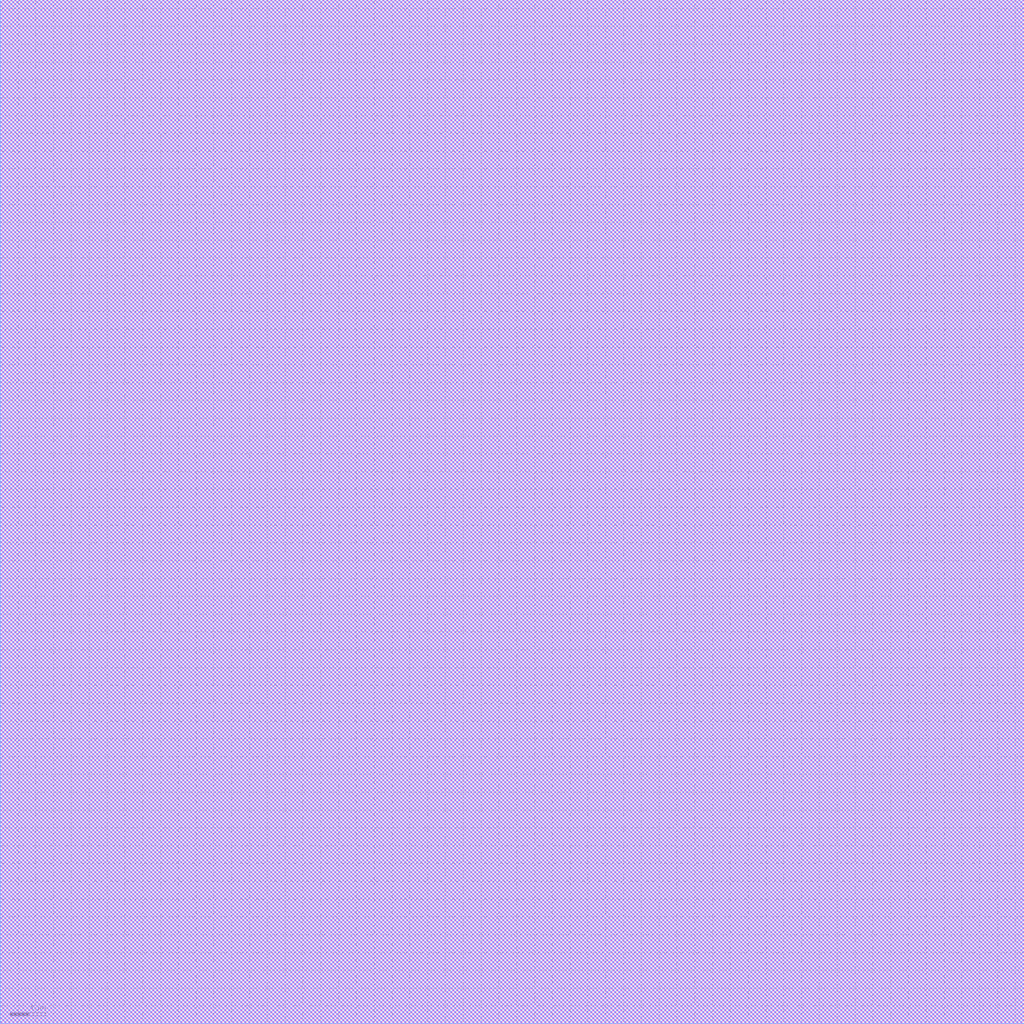
<source format=lef>
###############################################################################
#TSMC Library/IP Product
#Filename: tpa018nv_6lm.lef
#Technology: log018
#Product Type: Standard I/O
#Product Name: tpa018nv
#Version: 270a
###############################################################################
# 
#STATEMENT OF USE
#
#This information contains confidential and proprietary information of TSMC.
#No part of this information may be reproduced, transmitted, transcribed,
#stored in a retrieval system, or translated into any human or computer
#language, in any form or by any means, electronic, mechanical, magnetic,
#optical, chemical, manual, or otherwise, without the prior written permission
#of TSMC. This information was prepared for informational purpose and is for
#use by TSMC's customers only. TSMC reserves the right to make changes in the
#information at any time and without notice.
# 
###############################################################################

SITE pad
    SYMMETRY x y r90 ;
    CLASS pad ;
    SIZE 0.005 BY 115.000 ;
END pad 

SITE corner
    SYMMETRY x y r90 ;
    CLASS pad ;
    SIZE 115.000 BY 115.000 ;
END corner

MACRO PCLAMP
    CLASS BLOCK ;
    FOREIGN PCLAMP 0.000 0.000  ;
    ORIGIN 0.000 0.000 ;
    SIZE 115.000 BY 56.000 ;
    SYMMETRY x y r90 ;
    PIN VSSESD
        DIRECTION INOUT ;
        PORT
        LAYER METAL3 ;
        RECT  28.055 0.000 57.945 2.000 ;
        RECT  28.055 54.000 57.945 56.000 ;
        RECT  2.055 0.000 25.055 2.000 ;
        RECT  2.055 54.000 25.055 56.000 ;
        END
    END VSSESD
    PIN VDDESD
        DIRECTION INOUT ;
        PORT
        LAYER METAL3 ;
        RECT  86.945 0.000 108.505 2.000 ;
        RECT  86.945 54.000 108.505 56.000 ;
        RECT  60.945 0.000 83.945 2.000 ;
        RECT  60.945 54.000 83.945 56.000 ;
        END
    END VDDESD
    OBS
        LAYER METAL1 ;
        RECT  0.000 0.000 115.000 56.000 ;
        LAYER METAL2 ;
        RECT  0.000 0.000 115.000 56.000 ;
        LAYER METAL3 ;
        RECT  108.785 0.000 115.000 56.000 ;
        RECT  86.665 2.280 108.785 53.720 ;
        RECT  84.225 0.000 86.665 56.000 ;
        RECT  60.665 2.280 84.225 53.720 ;
        RECT  58.225 0.000 60.665 56.000 ;
        RECT  27.775 2.280 58.225 53.720 ;
        RECT  25.335 0.000 27.775 56.000 ;
        RECT  1.775 2.280 25.335 53.720 ;
        RECT  0.000 0.000 1.775 56.000 ;
        LAYER METAL4 ;
        RECT  0.000 0.000 115.000 56.000 ;
    END
END PCLAMP

MACRO PCORNERA
    CLASS ENDCAP BOTTOMLEFT ;
    FOREIGN PCORNERA 0.000 0.000  ;
    ORIGIN 0.000 0.000 ;
    SIZE 115.000 BY 115.000 ;
    SYMMETRY x y r90 ;
    SITE corner ;
    OBS
        LAYER METAL1 ;
        RECT  0.000 0.000 115.000 115.000 ;
        LAYER METAL2 ;
        RECT  0.000 0.000 115.000 115.000 ;
        LAYER METAL3 ;
        RECT  0.000 0.000 115.000 115.000 ;
        LAYER METAL4 ;
        RECT  0.000 0.000 115.000 115.000 ;
    END
END PCORNERA

MACRO PDB1A
    CLASS PAD ;
    FOREIGN PDB1A 0.000 0.000  ;
    ORIGIN 0.000 0.000 ;
    SIZE 50.000 BY 115.000 ;
    SYMMETRY x y r90 ;
    SITE pad ;
    PIN AIO
        DIRECTION INOUT ;
        PORT
        LAYER METAL2 ;
        RECT  20.000 111.840 30.000 115.000 ;
        RECT  20.000 0.000 30.000 3.160 ;
        LAYER METAL3 ;
        RECT  20.000 0.000 30.000 3.160 ;
        LAYER METAL4 ;
        RECT  20.000 0.000 30.000 3.160 ;
        END
    END AIO
    OBS
        LAYER METAL1 ;
        RECT  0.000 0.000 50.000 115.000 ;
        LAYER METAL2 ;
        RECT  30.280 0.000 50.000 115.000 ;
        RECT  19.720 3.440 30.280 111.560 ;
        RECT  0.000 0.000 19.720 115.000 ;
        LAYER VIA23 ;
        RECT  20.415 0.160 29.515 3.020 ;
        LAYER METAL3 ;
        RECT  30.280 0.000 50.000 115.000 ;
        RECT  19.720 3.440 30.280 115.000 ;
        RECT  0.000 0.000 19.720 115.000 ;
        LAYER VIA34 ;
        RECT  20.415 0.160 29.515 3.020 ;
        LAYER METAL4 ;
        RECT  30.280 0.000 50.000 115.000 ;
        RECT  19.720 3.440 30.280 115.000 ;
        RECT  0.000 0.000 19.720 115.000 ;
    END
END PDB1A

MACRO PDB1AC
    CLASS PAD ;
    FOREIGN PDB1AC 0.000 0.000  ;
    ORIGIN 0.000 0.000 ;
    SIZE 50.000 BY 115.000 ;
    SYMMETRY x y r90 ;
    SITE pad ;
    PIN AIO
        DIRECTION INOUT ;
        PORT
        LAYER METAL2 ;
        RECT  20.000 111.840 30.000 115.000 ;
        RECT  20.000 0.000 30.000 3.160 ;
        LAYER METAL3 ;
        RECT  20.000 0.000 30.000 3.160 ;
        LAYER METAL4 ;
        RECT  20.000 0.000 30.000 3.160 ;
        END
    END AIO
    OBS
        LAYER METAL1 ;
        RECT  0.000 0.000 50.000 115.000 ;
        LAYER METAL2 ;
        RECT  30.280 0.000 50.000 115.000 ;
        RECT  19.720 3.440 30.280 111.560 ;
        RECT  0.000 0.000 19.720 115.000 ;
        LAYER VIA23 ;
        RECT  20.415 0.160 29.515 3.020 ;
        LAYER METAL3 ;
        RECT  30.280 0.000 50.000 115.000 ;
        RECT  19.720 3.440 30.280 115.000 ;
        RECT  0.000 0.000 19.720 115.000 ;
        LAYER VIA34 ;
        RECT  20.415 0.160 29.515 3.020 ;
        LAYER METAL4 ;
        RECT  30.280 0.000 50.000 115.000 ;
        RECT  19.720 3.440 30.280 115.000 ;
        RECT  0.000 0.000 19.720 115.000 ;
    END
END PDB1AC

MACRO PDB2A
    CLASS PAD ;
    FOREIGN PDB2A 0.000 0.000  ;
    ORIGIN 0.000 0.000 ;
    SIZE 50.000 BY 115.000 ;
    SYMMETRY x y r90 ;
    SITE pad ;
    PIN AIO
        DIRECTION INOUT ;
        PORT
        LAYER METAL2 ;
        RECT  20.000 111.840 30.000 115.000 ;
        RECT  20.000 0.000 30.000 3.160 ;
        LAYER METAL3 ;
        RECT  20.000 0.000 30.000 3.160 ;
        LAYER METAL4 ;
        RECT  20.000 0.000 30.000 3.160 ;
        END
    END AIO
    OBS
        LAYER METAL1 ;
        RECT  0.000 0.000 50.000 115.000 ;
        LAYER METAL2 ;
        RECT  30.280 0.000 50.000 115.000 ;
        RECT  19.720 3.440 30.280 111.560 ;
        RECT  0.000 0.000 19.720 115.000 ;
        LAYER VIA23 ;
        RECT  20.415 0.160 29.515 3.020 ;
        LAYER METAL3 ;
        RECT  30.280 0.000 50.000 115.000 ;
        RECT  19.720 3.440 30.280 115.000 ;
        RECT  0.000 0.000 19.720 115.000 ;
        LAYER VIA34 ;
        RECT  20.415 0.160 29.515 3.020 ;
        LAYER METAL4 ;
        RECT  30.280 0.000 50.000 115.000 ;
        RECT  19.720 3.440 30.280 115.000 ;
        RECT  0.000 0.000 19.720 115.000 ;
    END
END PDB2A

MACRO PDB2AC
    CLASS PAD ;
    FOREIGN PDB2AC 0.000 0.000  ;
    ORIGIN 0.000 0.000 ;
    SIZE 50.000 BY 115.000 ;
    SYMMETRY x y r90 ;
    SITE pad ;
    PIN AIO
        DIRECTION INOUT ;
        PORT
        LAYER METAL2 ;
        RECT  20.000 111.840 30.000 115.000 ;
        RECT  20.000 0.000 30.000 3.160 ;
        LAYER METAL3 ;
        RECT  20.000 0.000 30.000 3.160 ;
        LAYER METAL4 ;
        RECT  20.000 0.000 30.000 3.160 ;
        END
    END AIO
    OBS
        LAYER METAL1 ;
        RECT  0.000 0.000 50.000 115.000 ;
        LAYER METAL2 ;
        RECT  30.280 0.000 50.000 115.000 ;
        RECT  19.720 3.440 30.280 111.560 ;
        RECT  0.000 0.000 19.720 115.000 ;
        LAYER VIA23 ;
        RECT  20.415 0.160 29.515 3.020 ;
        LAYER METAL3 ;
        RECT  30.280 0.000 50.000 115.000 ;
        RECT  19.720 3.440 30.280 115.000 ;
        RECT  0.000 0.000 19.720 115.000 ;
        LAYER VIA34 ;
        RECT  20.415 0.160 29.515 3.020 ;
        LAYER METAL4 ;
        RECT  30.280 0.000 50.000 115.000 ;
        RECT  19.720 3.440 30.280 115.000 ;
        RECT  0.000 0.000 19.720 115.000 ;
    END
END PDB2AC

MACRO PDB3A
    CLASS PAD ;
    FOREIGN PDB3A 0.000 0.000  ;
    ORIGIN 0.000 0.000 ;
    SIZE 50.000 BY 115.000 ;
    SYMMETRY x y r90 ;
    SITE pad ;
    PIN AIO
        DIRECTION INOUT ;
        PORT
        LAYER METAL2 ;
        RECT  25.945 111.840 39.945 115.000 ;
        RECT  10.055 111.840 24.055 115.000 ;
        LAYER METAL4 ;
        RECT  25.945 0.000 39.945 3.160 ;
        LAYER METAL3 ;
        RECT  25.945 0.000 39.945 3.160 ;
        LAYER METAL2 ;
        RECT  25.945 0.000 39.945 3.160 ;
        RECT  10.055 0.000 24.055 3.160 ;
        LAYER METAL3 ;
        RECT  10.055 0.000 24.055 3.160 ;
        LAYER METAL4 ;
        RECT  10.055 0.000 24.055 3.160 ;
        END
    END AIO
    OBS
        LAYER METAL1 ;
        RECT  0.000 0.000 50.000 115.000 ;
        LAYER METAL2 ;
        RECT  40.225 0.000 50.000 115.000 ;
        RECT  25.665 3.440 40.225 111.560 ;
        RECT  24.335 0.000 25.665 115.000 ;
        RECT  9.775 3.440 24.335 111.560 ;
        RECT  0.000 0.000 9.775 115.000 ;
        LAYER VIA23 ;
        RECT  26.170 0.150 39.430 3.010 ;
        RECT  10.570 0.150 23.830 3.010 ;
        LAYER METAL3 ;
        RECT  40.225 0.000 50.000 115.000 ;
        RECT  25.665 3.440 40.225 115.000 ;
        RECT  24.335 0.000 25.665 115.000 ;
        RECT  9.775 3.440 24.335 115.000 ;
        RECT  0.000 0.000 9.775 115.000 ;
        LAYER VIA34 ;
        RECT  26.170 0.150 39.430 3.010 ;
        RECT  10.570 0.150 23.830 3.010 ;
        LAYER METAL4 ;
        RECT  40.225 0.000 50.000 115.000 ;
        RECT  25.665 3.440 40.225 115.000 ;
        RECT  24.335 0.000 25.665 115.000 ;
        RECT  9.775 3.440 24.335 115.000 ;
        RECT  0.000 0.000 9.775 115.000 ;
    END
END PDB3A

MACRO PDB3AC
    CLASS PAD ;
    FOREIGN PDB3AC 0.000 0.000  ;
    ORIGIN 0.000 0.000 ;
    SIZE 50.000 BY 115.000 ;
    SYMMETRY x y r90 ;
    SITE pad ;
    PIN AIO
        DIRECTION INOUT ;
        PORT
        LAYER METAL2 ;
        RECT  25.945 111.840 39.945 115.000 ;
        RECT  10.055 111.840 24.055 115.000 ;
        LAYER METAL3 ;
        RECT  25.945 0.000 39.945 3.160 ;
        LAYER METAL2 ;
        RECT  25.945 0.000 39.945 3.160 ;
        RECT  10.055 0.000 24.055 3.160 ;
        LAYER METAL3 ;
        RECT  10.055 0.000 24.055 3.160 ;
        END
    END AIO
    OBS
        LAYER METAL1 ;
        RECT  0.000 0.000 50.000 115.000 ;
        LAYER METAL2 ;
        RECT  40.225 0.000 50.000 115.000 ;
        RECT  25.665 3.440 40.225 111.560 ;
        RECT  24.335 0.000 25.665 115.000 ;
        RECT  9.775 3.440 24.335 111.560 ;
        RECT  0.000 0.000 9.775 115.000 ;
        LAYER VIA23 ;
        RECT  26.170 0.150 39.430 3.010 ;
        RECT  10.570 0.150 23.830 3.010 ;
        LAYER METAL3 ;
        RECT  40.225 0.000 50.000 115.000 ;
        RECT  25.665 3.440 40.225 115.000 ;
        RECT  24.335 0.000 25.665 115.000 ;
        RECT  9.775 3.440 24.335 115.000 ;
        RECT  0.000 0.000 9.775 115.000 ;
        LAYER VIA34 ;
        RECT  26.170 0.150 39.430 3.010 ;
        RECT  10.570 0.150 23.830 3.010 ;
        LAYER METAL4 ;
        RECT  0.000 0.000 50.000 115.000 ;
    END
END PDB3AC

MACRO PFILLER0005A
    CLASS PAD ;
    FOREIGN PFILLER0005A 0.000 0.000  ;
    ORIGIN 0.000 0.000 ;
    SIZE 0.005 BY 115.000 ;
    SYMMETRY x y r90 ;
    SITE pad ;
    OBS
        LAYER METAL1 ;
        RECT  0.000 0.000 0.005 115.000 ;
        LAYER METAL2 ;
        RECT  0.000 0.000 0.005 115.000 ;
        LAYER METAL3 ;
        RECT  0.000 0.000 0.005 115.000 ;
        LAYER METAL4 ;
        RECT  0.000 0.000 0.005 115.000 ;
    END
END PFILLER0005A

MACRO PFILLER05A
    CLASS PAD ;
    FOREIGN PFILLER05A 0.000 0.000  ;
    ORIGIN 0.000 0.000 ;
    SIZE 0.500 BY 115.000 ;
    SYMMETRY x y r90 ;
    SITE pad ;
    OBS
        LAYER METAL1 ;
        RECT  0.000 0.000 0.500 115.000 ;
        LAYER METAL2 ;
        RECT  0.000 0.000 0.500 115.000 ;
        LAYER METAL3 ;
        RECT  0.000 0.000 0.500 115.000 ;
        LAYER METAL4 ;
        RECT  0.000 0.000 0.500 115.000 ;
    END
END PFILLER05A

MACRO PFILLER10A
    CLASS PAD ;
    FOREIGN PFILLER10A 0.000 0.000  ;
    ORIGIN 0.000 0.000 ;
    SIZE 10.000 BY 115.000 ;
    SYMMETRY x y r90 ;
    SITE pad ;
    OBS
        LAYER METAL1 ;
        RECT  0.000 0.000 10.000 115.000 ;
        LAYER METAL2 ;
        RECT  0.000 0.000 10.000 115.000 ;
        LAYER METAL3 ;
        RECT  0.000 0.000 10.000 115.000 ;
        LAYER METAL4 ;
        RECT  0.000 0.000 10.000 115.000 ;
    END
END PFILLER10A

MACRO PFILLER1A
    CLASS PAD ;
    FOREIGN PFILLER1A 0.000 0.000  ;
    ORIGIN 0.000 0.000 ;
    SIZE 1.000 BY 115.000 ;
    SYMMETRY x y r90 ;
    SITE pad ;
    OBS
        LAYER METAL1 ;
        RECT  0.000 0.000 1.000 115.000 ;
        LAYER METAL2 ;
        RECT  0.000 0.000 1.000 115.000 ;
        LAYER METAL3 ;
        RECT  0.000 0.000 1.000 115.000 ;
        LAYER METAL4 ;
        RECT  0.000 0.000 1.000 115.000 ;
    END
END PFILLER1A

MACRO PFILLER20A
    CLASS PAD ;
    FOREIGN PFILLER20A 0.000 0.000  ;
    ORIGIN 0.000 0.000 ;
    SIZE 20.000 BY 115.000 ;
    SYMMETRY x y r90 ;
    SITE pad ;
    OBS
        LAYER METAL1 ;
        RECT  0.000 0.000 20.000 115.000 ;
        LAYER METAL2 ;
        RECT  0.000 0.000 20.000 115.000 ;
        LAYER METAL3 ;
        RECT  0.000 0.000 20.000 115.000 ;
        LAYER METAL4 ;
        RECT  0.000 0.000 20.000 115.000 ;
    END
END PFILLER20A

MACRO PFILLER5A
    CLASS PAD ;
    FOREIGN PFILLER5A 0.000 0.000  ;
    ORIGIN 0.000 0.000 ;
    SIZE 5.000 BY 115.000 ;
    SYMMETRY x y r90 ;
    SITE pad ;
    OBS
        LAYER METAL1 ;
        RECT  0.000 0.000 5.000 115.000 ;
        LAYER METAL2 ;
        RECT  0.000 0.000 5.000 115.000 ;
        LAYER METAL3 ;
        RECT  0.000 0.000 5.000 115.000 ;
        LAYER METAL4 ;
        RECT  0.000 0.000 5.000 115.000 ;
    END
END PFILLER5A

MACRO PRCUTA
    CLASS PAD ;
    FOREIGN PRCUTA 0.000 0.000  ;
    ORIGIN 0.000 0.000 ;
    SIZE 25.000 BY 115.000 ;
    SYMMETRY x y r90 ;
    SITE pad ;
    OBS
        LAYER METAL1 ;
        RECT  0.000 0.000 25.000 115.000 ;
        LAYER METAL2 ;
        RECT  0.000 0.000 25.000 115.000 ;
        LAYER METAL3 ;
        RECT  0.000 0.000 25.000 115.000 ;
        LAYER METAL4 ;
        RECT  0.000 0.000 25.000 115.000 ;
    END
END PRCUTA

MACRO PVDD3A
    CLASS PAD ;
    FOREIGN PVDD3A 0.000 0.000  ;
    ORIGIN 0.000 0.000 ;
    SIZE 50.000 BY 115.000 ;
    SYMMETRY x y r90 ;
    SITE pad ;
    PIN TAVDD
        DIRECTION INOUT ;
        PORT
        LAYER METAL4 ;
        RECT  27.740 0.000 47.740 3.160 ;
        LAYER METAL3 ;
        RECT  27.740 0.000 47.740 3.160 ;
        LAYER METAL2 ;
        RECT  27.740 0.000 47.740 3.160 ;
        LAYER METAL1 ;
        RECT  27.740 0.000 47.740 3.160 ;
        RECT  2.260 0.000 22.260 3.160 ;
        LAYER METAL2 ;
        RECT  2.260 0.000 22.260 3.160 ;
        LAYER METAL3 ;
        RECT  2.260 0.000 22.260 3.160 ;
        LAYER METAL4 ;
        RECT  2.260 0.000 22.260 3.160 ;
        END
    END TAVDD
    PIN AVDD
        DIRECTION INOUT ;
        PORT
        LAYER METAL2 ;
        RECT  26.520 114.000 46.520 115.000 ;
        LAYER METAL1 ;
        RECT  26.520 114.000 46.520 115.000 ;
        RECT  3.480 114.000 23.480 115.000 ;
        LAYER METAL2 ;
        RECT  3.480 114.000 23.480 115.000 ;
        END
    END AVDD
    OBS
        LAYER METAL1 ;
        RECT  47.970 0.000 50.000 115.000 ;
        RECT  46.750 3.390 47.970 115.000 ;
        RECT  27.510 3.390 46.750 113.770 ;
        RECT  26.290 0.000 27.510 113.770 ;
        RECT  23.710 0.000 26.290 115.000 ;
        RECT  22.490 0.000 23.710 113.770 ;
        RECT  3.250 3.390 22.490 113.770 ;
        RECT  2.030 3.390 3.250 115.000 ;
        RECT  0.000 0.000 2.030 115.000 ;
        LAYER VIA12 ;
        RECT  27.740 0.150 47.230 3.010 ;
        RECT  26.520 114.050 46.450 114.830 ;
        RECT  3.550 114.050 23.480 114.830 ;
        RECT  2.770 0.150 22.260 3.010 ;
        LAYER METAL2 ;
        RECT  48.020 0.000 50.000 115.000 ;
        RECT  46.800 3.440 48.020 115.000 ;
        RECT  27.460 3.440 46.800 113.720 ;
        RECT  26.240 0.000 27.460 113.720 ;
        RECT  23.760 0.000 26.240 115.000 ;
        RECT  22.540 0.000 23.760 113.720 ;
        RECT  3.200 3.440 22.540 113.720 ;
        RECT  1.980 3.440 3.200 115.000 ;
        RECT  0.000 0.000 1.980 115.000 ;
        LAYER VIA23 ;
        RECT  27.740 0.150 47.230 3.010 ;
        RECT  2.770 0.150 22.260 3.010 ;
        LAYER METAL3 ;
        RECT  48.020 0.000 50.000 115.000 ;
        RECT  27.460 3.440 48.020 115.000 ;
        RECT  22.540 0.000 27.460 115.000 ;
        RECT  1.980 3.440 22.540 115.000 ;
        RECT  0.000 0.000 1.980 115.000 ;
        LAYER VIA34 ;
        RECT  27.740 0.150 47.230 3.010 ;
        RECT  2.770 0.150 22.260 3.010 ;
        LAYER METAL4 ;
        RECT  48.020 0.000 50.000 115.000 ;
        RECT  27.460 3.440 48.020 115.000 ;
        RECT  22.540 0.000 27.460 115.000 ;
        RECT  1.980 3.440 22.540 115.000 ;
        RECT  0.000 0.000 1.980 115.000 ;
    END
END PVDD3A

MACRO PVDD3AC
    CLASS PAD ;
    FOREIGN PVDD3AC 0.000 0.000  ;
    ORIGIN 0.000 0.000 ;
    SIZE 50.000 BY 115.000 ;
    SYMMETRY x y r90 ;
    SITE pad ;
    PIN TACVDD
        DIRECTION INOUT ;
        PORT
        LAYER METAL4 ;
        RECT  27.740 0.000 47.740 3.160 ;
        LAYER METAL3 ;
        RECT  27.740 0.000 47.740 3.160 ;
        LAYER METAL2 ;
        RECT  27.740 0.000 47.740 3.160 ;
        LAYER METAL1 ;
        RECT  27.740 0.000 47.740 3.160 ;
        RECT  2.260 0.000 22.260 3.160 ;
        LAYER METAL2 ;
        RECT  2.260 0.000 22.260 3.160 ;
        LAYER METAL3 ;
        RECT  2.260 0.000 22.260 3.160 ;
        LAYER METAL4 ;
        RECT  2.260 0.000 22.260 3.160 ;
        END
    END TACVDD
    PIN AVDD
        DIRECTION INOUT ;
        PORT
        LAYER METAL2 ;
        RECT  26.660 114.000 46.660 115.000 ;
        LAYER METAL1 ;
        RECT  26.660 114.000 46.660 115.000 ;
        RECT  3.340 114.000 23.340 115.000 ;
        LAYER METAL2 ;
        RECT  3.340 114.000 23.340 115.000 ;
        END
    END AVDD
    OBS
        LAYER METAL1 ;
        RECT  47.970 0.000 50.000 115.000 ;
        RECT  46.890 3.390 47.970 115.000 ;
        RECT  27.510 3.390 46.890 113.770 ;
        RECT  26.430 0.000 27.510 113.770 ;
        RECT  23.570 0.000 26.430 115.000 ;
        RECT  22.490 0.000 23.570 113.770 ;
        RECT  3.110 3.390 22.490 113.770 ;
        RECT  2.030 3.390 3.110 115.000 ;
        RECT  0.000 0.000 2.030 115.000 ;
        LAYER VIA12 ;
        RECT  27.740 0.150 47.230 3.010 ;
        RECT  26.660 114.050 46.450 114.830 ;
        RECT  3.550 114.050 23.340 114.830 ;
        RECT  2.770 0.150 22.260 3.010 ;
        LAYER METAL2 ;
        RECT  48.020 0.000 50.000 115.000 ;
        RECT  46.940 3.440 48.020 115.000 ;
        RECT  27.460 3.440 46.940 113.720 ;
        RECT  26.380 0.000 27.460 113.720 ;
        RECT  23.620 0.000 26.380 115.000 ;
        RECT  22.540 0.000 23.620 113.720 ;
        RECT  3.060 3.440 22.540 113.720 ;
        RECT  1.980 3.440 3.060 115.000 ;
        RECT  0.000 0.000 1.980 115.000 ;
        LAYER VIA23 ;
        RECT  27.740 0.150 47.230 3.010 ;
        RECT  2.770 0.150 22.260 3.010 ;
        LAYER METAL3 ;
        RECT  48.020 0.000 50.000 115.000 ;
        RECT  27.460 3.440 48.020 115.000 ;
        RECT  22.540 0.000 27.460 115.000 ;
        RECT  1.980 3.440 22.540 115.000 ;
        RECT  0.000 0.000 1.980 115.000 ;
        LAYER VIA34 ;
        RECT  27.740 0.150 47.230 3.010 ;
        RECT  2.770 0.150 22.260 3.010 ;
        LAYER METAL4 ;
        RECT  48.020 0.000 50.000 115.000 ;
        RECT  27.460 3.440 48.020 115.000 ;
        RECT  22.540 0.000 27.460 115.000 ;
        RECT  1.980 3.440 22.540 115.000 ;
        RECT  0.000 0.000 1.980 115.000 ;
    END
END PVDD3AC

MACRO PVSS3A
    CLASS PAD ;
    FOREIGN PVSS3A 0.000 0.000  ;
    ORIGIN 0.000 0.000 ;
    SIZE 50.000 BY 115.000 ;
    SYMMETRY x y r90 ;
    SITE pad ;
    PIN AVSS
        DIRECTION INOUT ;
        PORT
        LAYER METAL4 ;
        RECT  27.740 0.000 47.740 3.160 ;
        LAYER METAL3 ;
        RECT  27.740 0.000 47.740 3.160 ;
        LAYER METAL2 ;
        RECT  27.740 0.000 47.740 3.160 ;
        LAYER METAL1 ;
        RECT  27.740 0.000 47.740 3.160 ;
        LAYER METAL2 ;
        RECT  26.470 114.000 46.470 115.000 ;
        LAYER METAL1 ;
        RECT  26.470 114.000 46.470 115.000 ;
        LAYER METAL2 ;
        RECT  3.530 114.000 23.530 115.000 ;
        LAYER METAL1 ;
        RECT  3.530 114.000 23.530 115.000 ;
        RECT  2.260 0.000 22.260 3.160 ;
        LAYER METAL2 ;
        RECT  2.260 0.000 22.260 3.160 ;
        LAYER METAL3 ;
        RECT  2.260 0.000 22.260 3.160 ;
        LAYER METAL4 ;
        RECT  2.260 0.000 22.260 3.160 ;
        END
    END AVSS
    OBS
        LAYER METAL1 ;
        RECT  47.970 0.000 50.000 115.000 ;
        RECT  46.700 3.390 47.970 115.000 ;
        RECT  27.510 3.390 46.700 113.770 ;
        RECT  26.240 0.000 27.510 113.770 ;
        RECT  23.760 0.000 26.240 115.000 ;
        RECT  22.490 0.000 23.760 113.770 ;
        RECT  3.300 3.390 22.490 113.770 ;
        RECT  2.030 3.390 3.300 115.000 ;
        RECT  0.000 0.000 2.030 115.000 ;
        LAYER VIA12 ;
        RECT  27.740 0.150 47.230 3.010 ;
        RECT  26.690 114.050 46.190 114.830 ;
        RECT  3.810 114.050 23.310 114.830 ;
        RECT  2.770 0.150 22.260 3.010 ;
        LAYER METAL2 ;
        RECT  48.020 0.000 50.000 115.000 ;
        RECT  46.750 3.440 48.020 115.000 ;
        RECT  27.460 3.440 46.750 113.720 ;
        RECT  26.190 0.000 27.460 113.720 ;
        RECT  23.810 0.000 26.190 115.000 ;
        RECT  22.540 0.000 23.810 113.720 ;
        RECT  3.250 3.440 22.540 113.720 ;
        RECT  1.980 3.440 3.250 115.000 ;
        RECT  0.000 0.000 1.980 115.000 ;
        LAYER VIA23 ;
        RECT  27.740 0.150 47.230 3.010 ;
        RECT  2.770 0.150 22.260 3.010 ;
        LAYER METAL3 ;
        RECT  48.020 0.000 50.000 115.000 ;
        RECT  27.460 3.440 48.020 115.000 ;
        RECT  22.540 0.000 27.460 115.000 ;
        RECT  1.980 3.440 22.540 115.000 ;
        RECT  0.000 0.000 1.980 115.000 ;
        LAYER VIA34 ;
        RECT  27.740 0.150 47.230 3.010 ;
        RECT  2.770 0.150 22.260 3.010 ;
        LAYER METAL4 ;
        RECT  48.020 0.000 50.000 115.000 ;
        RECT  27.460 3.440 48.020 115.000 ;
        RECT  22.540 0.000 27.460 115.000 ;
        RECT  1.980 3.440 22.540 115.000 ;
        RECT  0.000 0.000 1.980 115.000 ;
    END
END PVSS3A

MACRO PVSS3AC
    CLASS PAD ;
    FOREIGN PVSS3AC 0.000 0.000  ;
    ORIGIN 0.000 0.000 ;
    SIZE 50.000 BY 115.000 ;
    SYMMETRY x y r90 ;
    SITE pad ;
    PIN AVSS
        DIRECTION INOUT ;
        PORT
        LAYER METAL4 ;
        RECT  27.740 0.000 47.740 3.160 ;
        LAYER METAL3 ;
        RECT  27.740 0.000 47.740 3.160 ;
        LAYER METAL2 ;
        RECT  27.740 0.000 47.740 3.160 ;
        LAYER METAL1 ;
        RECT  27.740 0.000 47.740 3.160 ;
        LAYER METAL2 ;
        RECT  26.470 114.000 46.470 115.000 ;
        LAYER METAL1 ;
        RECT  26.470 114.000 46.470 115.000 ;
        LAYER METAL2 ;
        RECT  3.530 114.000 23.530 115.000 ;
        LAYER METAL1 ;
        RECT  3.530 114.000 23.530 115.000 ;
        RECT  2.260 0.000 22.260 3.160 ;
        LAYER METAL2 ;
        RECT  2.260 0.000 22.260 3.160 ;
        LAYER METAL3 ;
        RECT  2.260 0.000 22.260 3.160 ;
        LAYER METAL4 ;
        RECT  2.260 0.000 22.260 3.160 ;
        END
    END AVSS
    OBS
        LAYER METAL1 ;
        RECT  47.970 0.000 50.000 115.000 ;
        RECT  46.700 3.390 47.970 115.000 ;
        RECT  27.510 3.390 46.700 113.770 ;
        RECT  26.240 0.000 27.510 113.770 ;
        RECT  23.760 0.000 26.240 115.000 ;
        RECT  22.490 0.000 23.760 113.770 ;
        RECT  3.300 3.390 22.490 113.770 ;
        RECT  2.030 3.390 3.300 115.000 ;
        RECT  0.000 0.000 2.030 115.000 ;
        LAYER VIA12 ;
        RECT  27.740 0.150 47.230 3.010 ;
        RECT  26.690 114.050 46.190 114.830 ;
        RECT  3.810 114.050 23.310 114.830 ;
        RECT  2.770 0.150 22.260 3.010 ;
        LAYER METAL2 ;
        RECT  48.020 0.000 50.000 115.000 ;
        RECT  46.750 3.440 48.020 115.000 ;
        RECT  27.460 3.440 46.750 113.720 ;
        RECT  26.190 0.000 27.460 113.720 ;
        RECT  23.810 0.000 26.190 115.000 ;
        RECT  22.540 0.000 23.810 113.720 ;
        RECT  3.250 3.440 22.540 113.720 ;
        RECT  1.980 3.440 3.250 115.000 ;
        RECT  0.000 0.000 1.980 115.000 ;
        LAYER VIA23 ;
        RECT  27.740 0.150 47.230 3.010 ;
        RECT  2.770 0.150 22.260 3.010 ;
        LAYER METAL3 ;
        RECT  48.020 0.000 50.000 115.000 ;
        RECT  27.460 3.440 48.020 115.000 ;
        RECT  22.540 0.000 27.460 115.000 ;
        RECT  1.980 3.440 22.540 115.000 ;
        RECT  0.000 0.000 1.980 115.000 ;
        LAYER VIA34 ;
        RECT  27.740 0.150 47.230 3.010 ;
        RECT  2.770 0.150 22.260 3.010 ;
        LAYER METAL4 ;
        RECT  48.020 0.000 50.000 115.000 ;
        RECT  27.460 3.440 48.020 115.000 ;
        RECT  22.540 0.000 27.460 115.000 ;
        RECT  1.980 3.440 22.540 115.000 ;
        RECT  0.000 0.000 1.980 115.000 ;
    END
END PVSS3AC

END LIBRARY

</source>
